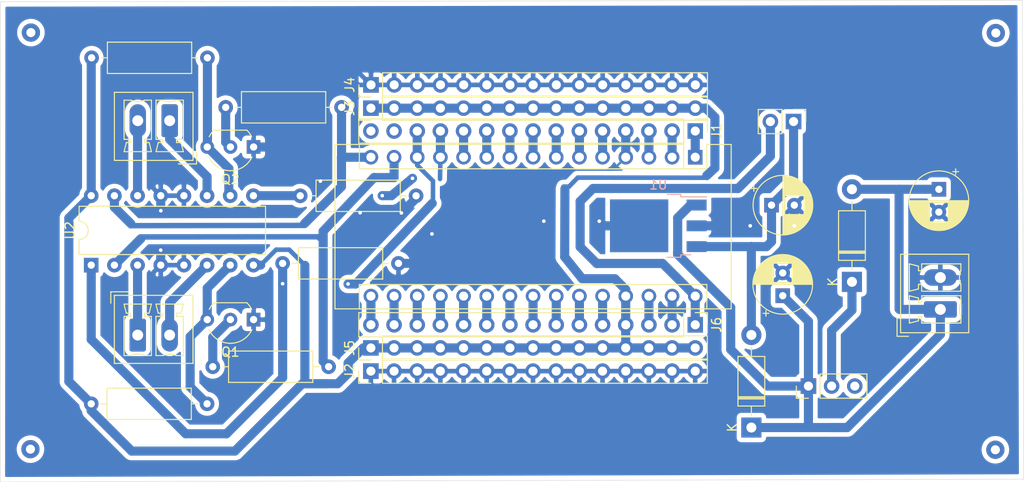
<source format=kicad_pcb>
(kicad_pcb (version 20171130) (host pcbnew 5.1.9-73d0e3b20d~88~ubuntu20.04.1)
  (layers (0 F.Cu signal hide) (31 B.Cu signal) (34 B.Paste user hide) (35 F.Paste user hide) (36 B.SilkS user hide) (37 F.SilkS user) (38 B.Mask user) (39 F.Mask user hide) (44 Edge.Cuts user))
  (net 0 "")
  (net 1 D13)
  (net 2 D12)
  (net 3 VIN)
  (net 4 D11)
  (net 5 Earth)
  (net 6 D10)
  (net 7 RST)
  (net 8 D9)
  (net 9 5V)
  (net 10 D8)
  (net 11 A7)
  (net 12 D7)
  (net 13 A6)
  (net 14 D6)
  (net 15 A5)
  (net 16 D5)
  (net 17 A4)
  (net 18 D4)
  (net 19 A3)
  (net 20 D3)
  (net 21 A2)
  (net 22 D2)
  (net 23 A1)
  (net 24 A0)
  (net 25 AREF)
  (net 26 RX)
  (net 27 3V3)
  (net 28 TX)
  (net 29 +9V)
  (net 30 "Net-(C2-Pad1)")
  (net 31 "Net-(J9-Pad2)")
  (net 32 "Net-(J9-Pad1)")
  (net 33 "Net-(J10-Pad2)")
  (net 34 "Net-(J10-Pad1)")
  (net 35 IN4)
  (net 36 "Net-(Q1-Pad2)")
  (net 37 IN1)
  (net 38 "Net-(Q2-Pad2)")
  (net 39 "Net-(J1-Pad15)")
  (net 40 "Net-(J1-Pad14)")
  (net 41 "Net-(D2-Pad1)")
  (net 42 "Net-(J1-Pad13)")
  (net 43 "Net-(J1-Pad12)")
  (module Capacitor_THT:CP_Radial_D6.3mm_P2.50mm (layer F.Cu) (at 85.78088 -20.41398 90)
    (fp_text reference C1 hide)
    (fp_text value 47uF)
    (pad 2 thru_hole circle (at 2.5 0 90) (size 1.6 1.6) (drill 0.8) (layers *.Cu *.Mask) (net 5 Earth))
    (pad 1 thru_hole rect (at 0 0 90) (size 1.6 1.6) (drill 0.8) (layers *.Cu *.Mask) (net 29 +9V))
  )
  (module Connector_PinHeader_2.54mm:PinHeader_1x15_P2.54mm_Vertical (layer F.Cu) (at 40.62476 -14.68374 90)
    (fp_text reference J5 (at 0 -2.33 90) (layer F.SilkS))
    (fp_text value Conn_01x15_Female hide)
    (pad 15 thru_hole oval (at 0 35.56 90) (size 1.7 1.7) (drill 1) (layers *.Cu *.Mask) (net 9 5V))
    (pad 14 thru_hole oval (at 0 33.02 90) (size 1.7 1.7) (drill 1) (layers *.Cu *.Mask) (net 9 5V))
    (pad 13 thru_hole oval (at 0 30.48 90) (size 1.7 1.7) (drill 1) (layers *.Cu *.Mask) (net 9 5V))
    (pad 12 thru_hole oval (at 0 27.94 90) (size 1.7 1.7) (drill 1) (layers *.Cu *.Mask) (net 9 5V))
    (pad 11 thru_hole oval (at 0 25.4 90) (size 1.7 1.7) (drill 1) (layers *.Cu *.Mask) (net 9 5V))
    (pad 10 thru_hole oval (at 0 22.86 90) (size 1.7 1.7) (drill 1) (layers *.Cu *.Mask) (net 9 5V))
    (pad 9 thru_hole oval (at 0 20.32 90) (size 1.7 1.7) (drill 1) (layers *.Cu *.Mask) (net 9 5V))
    (pad 8 thru_hole oval (at 0 17.78 90) (size 1.7 1.7) (drill 1) (layers *.Cu *.Mask) (net 9 5V))
    (pad 7 thru_hole oval (at 0 15.24 90) (size 1.7 1.7) (drill 1) (layers *.Cu *.Mask) (net 9 5V))
    (pad 6 thru_hole oval (at 0 12.7 90) (size 1.7 1.7) (drill 1) (layers *.Cu *.Mask) (net 9 5V))
    (pad 5 thru_hole oval (at 0 10.16 90) (size 1.7 1.7) (drill 1) (layers *.Cu *.Mask) (net 9 5V))
    (pad 4 thru_hole oval (at 0 7.62 90) (size 1.7 1.7) (drill 1) (layers *.Cu *.Mask) (net 9 5V))
    (pad 3 thru_hole oval (at 0 5.08 90) (size 1.7 1.7) (drill 1) (layers *.Cu *.Mask) (net 9 5V))
    (pad 2 thru_hole oval (at 0 2.54 90) (size 1.7 1.7) (drill 1) (layers *.Cu *.Mask) (net 9 5V))
    (pad 1 thru_hole rect (at 0 0 90) (size 1.7 1.7) (drill 1) (layers *.Cu *.Mask) (net 9 5V))
  )
  (module Connector_PinHeader_2.54mm:PinHeader_1x15_P2.54mm_Vertical (layer F.Cu) (at 40.64 -43.55338 90)
    (fp_text reference J4 (at 0 -2.33 90) (layer F.SilkS))
    (fp_text value Conn_01x15_Female hide)
    (pad 15 thru_hole oval (at 0 35.56 90) (size 1.7 1.7) (drill 1) (layers *.Cu *.Mask) (net 5 Earth))
    (pad 14 thru_hole oval (at 0 33.02 90) (size 1.7 1.7) (drill 1) (layers *.Cu *.Mask) (net 5 Earth))
    (pad 13 thru_hole oval (at 0 30.48 90) (size 1.7 1.7) (drill 1) (layers *.Cu *.Mask) (net 5 Earth))
    (pad 12 thru_hole oval (at 0 27.94 90) (size 1.7 1.7) (drill 1) (layers *.Cu *.Mask) (net 5 Earth))
    (pad 11 thru_hole oval (at 0 25.4 90) (size 1.7 1.7) (drill 1) (layers *.Cu *.Mask) (net 5 Earth))
    (pad 10 thru_hole oval (at 0 22.86 90) (size 1.7 1.7) (drill 1) (layers *.Cu *.Mask) (net 5 Earth))
    (pad 9 thru_hole oval (at 0 20.32 90) (size 1.7 1.7) (drill 1) (layers *.Cu *.Mask) (net 5 Earth))
    (pad 8 thru_hole oval (at 0 17.78 90) (size 1.7 1.7) (drill 1) (layers *.Cu *.Mask) (net 5 Earth))
    (pad 7 thru_hole oval (at 0 15.24 90) (size 1.7 1.7) (drill 1) (layers *.Cu *.Mask) (net 5 Earth))
    (pad 6 thru_hole oval (at 0 12.7 90) (size 1.7 1.7) (drill 1) (layers *.Cu *.Mask) (net 5 Earth))
    (pad 5 thru_hole oval (at 0 10.16 90) (size 1.7 1.7) (drill 1) (layers *.Cu *.Mask) (net 5 Earth))
    (pad 4 thru_hole oval (at 0 7.62 90) (size 1.7 1.7) (drill 1) (layers *.Cu *.Mask) (net 5 Earth))
    (pad 3 thru_hole oval (at 0 5.08 90) (size 1.7 1.7) (drill 1) (layers *.Cu *.Mask) (net 5 Earth))
    (pad 2 thru_hole oval (at 0 2.54 90) (size 1.7 1.7) (drill 1) (layers *.Cu *.Mask) (net 5 Earth))
    (pad 1 thru_hole rect (at 0 0 90) (size 1.7 1.7) (drill 1) (layers *.Cu *.Mask) (net 5 Earth))
  )
  (module Connector_PinHeader_2.54mm:PinHeader_1x15_P2.54mm_Vertical (layer F.Cu) (at 40.62984 -40.99814 90)
    (fp_text reference J3 (at 0 -2.33 90) (layer F.SilkS))
    (fp_text value Conn_01x15_Female hide)
    (pad 15 thru_hole oval (at 0 35.56 90) (size 1.7 1.7) (drill 1) (layers *.Cu *.Mask) (net 9 5V))
    (pad 14 thru_hole oval (at 0 33.02 90) (size 1.7 1.7) (drill 1) (layers *.Cu *.Mask) (net 9 5V))
    (pad 13 thru_hole oval (at 0 30.48 90) (size 1.7 1.7) (drill 1) (layers *.Cu *.Mask) (net 9 5V))
    (pad 12 thru_hole oval (at 0 27.94 90) (size 1.7 1.7) (drill 1) (layers *.Cu *.Mask) (net 9 5V))
    (pad 11 thru_hole oval (at 0 25.4 90) (size 1.7 1.7) (drill 1) (layers *.Cu *.Mask) (net 9 5V))
    (pad 10 thru_hole oval (at 0 22.86 90) (size 1.7 1.7) (drill 1) (layers *.Cu *.Mask) (net 9 5V))
    (pad 9 thru_hole oval (at 0 20.32 90) (size 1.7 1.7) (drill 1) (layers *.Cu *.Mask) (net 9 5V))
    (pad 8 thru_hole oval (at 0 17.78 90) (size 1.7 1.7) (drill 1) (layers *.Cu *.Mask) (net 9 5V))
    (pad 7 thru_hole oval (at 0 15.24 90) (size 1.7 1.7) (drill 1) (layers *.Cu *.Mask) (net 9 5V))
    (pad 6 thru_hole oval (at 0 12.7 90) (size 1.7 1.7) (drill 1) (layers *.Cu *.Mask) (net 9 5V))
    (pad 5 thru_hole oval (at 0 10.16 90) (size 1.7 1.7) (drill 1) (layers *.Cu *.Mask) (net 9 5V))
    (pad 4 thru_hole oval (at 0 7.62 90) (size 1.7 1.7) (drill 1) (layers *.Cu *.Mask) (net 9 5V))
    (pad 3 thru_hole oval (at 0 5.08 90) (size 1.7 1.7) (drill 1) (layers *.Cu *.Mask) (net 9 5V))
    (pad 2 thru_hole oval (at 0 2.54 90) (size 1.7 1.7) (drill 1) (layers *.Cu *.Mask) (net 9 5V))
    (pad 1 thru_hole rect (at 0 0 90) (size 1.7 1.7) (drill 1) (layers *.Cu *.Mask) (net 9 5V))
  )
  (module Connector_PinHeader_2.54mm:PinHeader_1x15_P2.54mm_Vertical (layer F.Cu) (at 40.62476 -12.13866 90)
    (fp_text reference J2 (at 0 -2.33 90) (layer F.SilkS))
    (fp_text value Conn_01x15_Female hide)
    (pad 15 thru_hole oval (at 0 35.56 90) (size 1.7 1.7) (drill 1) (layers *.Cu *.Mask) (net 5 Earth))
    (pad 14 thru_hole oval (at 0 33.02 90) (size 1.7 1.7) (drill 1) (layers *.Cu *.Mask) (net 5 Earth))
    (pad 13 thru_hole oval (at 0 30.48 90) (size 1.7 1.7) (drill 1) (layers *.Cu *.Mask) (net 5 Earth))
    (pad 12 thru_hole oval (at 0 27.94 90) (size 1.7 1.7) (drill 1) (layers *.Cu *.Mask) (net 5 Earth))
    (pad 11 thru_hole oval (at 0 25.4 90) (size 1.7 1.7) (drill 1) (layers *.Cu *.Mask) (net 5 Earth))
    (pad 10 thru_hole oval (at 0 22.86 90) (size 1.7 1.7) (drill 1) (layers *.Cu *.Mask) (net 5 Earth))
    (pad 9 thru_hole oval (at 0 20.32 90) (size 1.7 1.7) (drill 1) (layers *.Cu *.Mask) (net 5 Earth))
    (pad 8 thru_hole oval (at 0 17.78 90) (size 1.7 1.7) (drill 1) (layers *.Cu *.Mask) (net 5 Earth))
    (pad 7 thru_hole oval (at 0 15.24 90) (size 1.7 1.7) (drill 1) (layers *.Cu *.Mask) (net 5 Earth))
    (pad 6 thru_hole oval (at 0 12.7 90) (size 1.7 1.7) (drill 1) (layers *.Cu *.Mask) (net 5 Earth))
    (pad 5 thru_hole oval (at 0 10.16 90) (size 1.7 1.7) (drill 1) (layers *.Cu *.Mask) (net 5 Earth))
    (pad 4 thru_hole oval (at 0 7.62 90) (size 1.7 1.7) (drill 1) (layers *.Cu *.Mask) (net 5 Earth))
    (pad 3 thru_hole oval (at 0 5.08 90) (size 1.7 1.7) (drill 1) (layers *.Cu *.Mask) (net 5 Earth))
    (pad 2 thru_hole oval (at 0 2.54 90) (size 1.7 1.7) (drill 1) (layers *.Cu *.Mask) (net 5 Earth))
    (pad 1 thru_hole rect (at 0 0 90) (size 1.7 1.7) (drill 1) (layers *.Cu *.Mask) (net 5 Earth))
  )
  (module Connector_PinHeader_2.54mm:PinHeader_1x15_P2.54mm_Vertical (layer F.Cu) (at 76.18984 -38.48862 270)
    (fp_text reference J1 (at 0 -2.33 90) (layer F.SilkS))
    (fp_text value Conn_01x15_Female hide)
    (pad 15 thru_hole oval (at 0 35.56 270) (size 1.7 1.7) (drill 1) (layers *.Cu *.Mask) (net 39 "Net-(J1-Pad15)"))
    (pad 14 thru_hole oval (at 0 33.02 270) (size 1.7 1.7) (drill 1) (layers *.Cu *.Mask) (net 40 "Net-(J1-Pad14)"))
    (pad 13 thru_hole oval (at 0 30.48 270) (size 1.7 1.7) (drill 1) (layers *.Cu *.Mask) (net 42 "Net-(J1-Pad13)"))
    (pad 12 thru_hole oval (at 0 27.94 270) (size 1.7 1.7) (drill 1) (layers *.Cu *.Mask) (net 43 "Net-(J1-Pad12)"))
    (pad 11 thru_hole oval (at 0 25.4 270) (size 1.7 1.7) (drill 1) (layers *.Cu *.Mask) (net 10 D8))
    (pad 10 thru_hole oval (at 0 22.86 270) (size 1.7 1.7) (drill 1) (layers *.Cu *.Mask) (net 12 D7))
    (pad 9 thru_hole oval (at 0 20.32 270) (size 1.7 1.7) (drill 1) (layers *.Cu *.Mask) (net 14 D6))
    (pad 8 thru_hole oval (at 0 17.78 270) (size 1.7 1.7) (drill 1) (layers *.Cu *.Mask) (net 16 D5))
    (pad 7 thru_hole oval (at 0 15.24 270) (size 1.7 1.7) (drill 1) (layers *.Cu *.Mask) (net 18 D4))
    (pad 6 thru_hole oval (at 0 12.7 270) (size 1.7 1.7) (drill 1) (layers *.Cu *.Mask) (net 20 D3))
    (pad 5 thru_hole oval (at 0 10.16 270) (size 1.7 1.7) (drill 1) (layers *.Cu *.Mask) (net 22 D2))
    (pad 4 thru_hole oval (at 0 7.62 270) (size 1.7 1.7) (drill 1) (layers *.Cu *.Mask) (net 5 Earth))
    (pad 3 thru_hole oval (at 0 5.08 270) (size 1.7 1.7) (drill 1) (layers *.Cu *.Mask) (net 7 RST))
    (pad 2 thru_hole oval (at 0 2.54 270) (size 1.7 1.7) (drill 1) (layers *.Cu *.Mask) (net 26 RX))
    (pad 1 thru_hole rect (at 0 0 270) (size 1.7 1.7) (drill 1) (layers *.Cu *.Mask) (net 28 TX))
  )
  (module Connector_PinHeader_2.54mm:PinHeader_1x15_P2.54mm_Vertical (layer F.Cu) (at 76.18984 -17.22374 270)
    (fp_text reference J6 (at 0 -2.33 90) (layer F.SilkS))
    (fp_text value Conn_01x15_Female hide)
    (pad 15 thru_hole oval (at 0 35.56 270) (size 1.7 1.7) (drill 1) (layers *.Cu *.Mask) (net 1 D13))
    (pad 14 thru_hole oval (at 0 33.02 270) (size 1.7 1.7) (drill 1) (layers *.Cu *.Mask) (net 27 3V3))
    (pad 13 thru_hole oval (at 0 30.48 270) (size 1.7 1.7) (drill 1) (layers *.Cu *.Mask) (net 25 AREF))
    (pad 12 thru_hole oval (at 0 27.94 270) (size 1.7 1.7) (drill 1) (layers *.Cu *.Mask) (net 24 A0))
    (pad 11 thru_hole oval (at 0 25.4 270) (size 1.7 1.7) (drill 1) (layers *.Cu *.Mask) (net 23 A1))
    (pad 10 thru_hole oval (at 0 22.86 270) (size 1.7 1.7) (drill 1) (layers *.Cu *.Mask) (net 21 A2))
    (pad 9 thru_hole oval (at 0 20.32 270) (size 1.7 1.7) (drill 1) (layers *.Cu *.Mask) (net 19 A3))
    (pad 8 thru_hole oval (at 0 17.78 270) (size 1.7 1.7) (drill 1) (layers *.Cu *.Mask) (net 17 A4))
    (pad 7 thru_hole oval (at 0 15.24 270) (size 1.7 1.7) (drill 1) (layers *.Cu *.Mask) (net 15 A5))
    (pad 6 thru_hole oval (at 0 12.7 270) (size 1.7 1.7) (drill 1) (layers *.Cu *.Mask) (net 13 A6))
    (pad 5 thru_hole oval (at 0 10.16 270) (size 1.7 1.7) (drill 1) (layers *.Cu *.Mask) (net 11 A7))
    (pad 4 thru_hole oval (at 0 7.62 270) (size 1.7 1.7) (drill 1) (layers *.Cu *.Mask) (net 9 5V))
    (pad 3 thru_hole oval (at 0 5.08 270) (size 1.7 1.7) (drill 1) (layers *.Cu *.Mask) (net 7 RST))
    (pad 2 thru_hole oval (at 0 2.54 270) (size 1.7 1.7) (drill 1) (layers *.Cu *.Mask) (net 5 Earth))
    (pad 1 thru_hole rect (at 0 0 270) (size 1.7 1.7) (drill 1) (layers *.Cu *.Mask) (net 3 VIN))
  )
  (module Package_TO_SOT_THT:TO-92_Inline_Wide (layer F.Cu) (at 27.76728 -36.73602 180)
    (fp_text reference Q2 (at 2.54 -3.56) (layer F.SilkS))
    (fp_text value PN2222A)
    (pad 1 thru_hole rect (at 0 0 180) (size 1.5 1.5) (drill 0.8) (layers *.Cu *.Mask) (net 5 Earth))
    (pad 3 thru_hole circle (at 5.08 0 180) (size 1.5 1.5) (drill 0.8) (layers *.Cu *.Mask) (net 37 IN1))
    (pad 2 thru_hole circle (at 2.54 0 180) (size 1.5 1.5) (drill 0.8) (layers *.Cu *.Mask) (net 38 "Net-(Q2-Pad2)"))
  )
  (module Package_TO_SOT_THT:TO-92_Inline_Wide (layer F.Cu) (at 27.76728 -17.7927 180)
    (fp_text reference Q1 (at 2.54 -3.56) (layer F.SilkS))
    (fp_text value PN2222A)
    (pad 1 thru_hole rect (at 0 0 180) (size 1.5 1.5) (drill 0.8) (layers *.Cu *.Mask) (net 5 Earth))
    (pad 3 thru_hole circle (at 5.08 0 180) (size 1.5 1.5) (drill 0.8) (layers *.Cu *.Mask) (net 35 IN4))
    (pad 2 thru_hole circle (at 2.54 0 180) (size 1.5 1.5) (drill 0.8) (layers *.Cu *.Mask) (net 36 "Net-(Q1-Pad2)"))
  )
  (module Connector_PinHeader_2.54mm:PinHeader_1x03_P2.54mm_Vertical (layer F.Cu) (at 88.60028 -10.49782 90)
    (fp_text reference SW1 hide)
    (fp_text value SW_DPST_x2 hide)
    (pad 3 thru_hole oval (at 0 5.08 90) (size 1.7 1.7) (drill 1) (layers *.Cu *.Mask))
    (pad 2 thru_hole oval (at 0 2.54 90) (size 1.7 1.7) (drill 1) (layers *.Cu *.Mask) (net 41 "Net-(D2-Pad1)"))
    (pad 1 thru_hole rect (at 0 0 90) (size 1.7 1.7) (drill 1) (layers *.Cu *.Mask) (net 29 +9V))
  )
  (module Package_DIP:DIP-16_W7.62mm (layer F.Cu) (at 9.96696 -23.77186 90)
    (fp_text reference U2 (at 3.81 -2.33 90) (layer F.SilkS))
    (fp_text value L293D)
    (pad 16 thru_hole oval (at 7.62 0 90) (size 1.6 1.6) (drill 0.8) (layers *.Cu *.Mask) (net 9 5V))
    (pad 8 thru_hole oval (at 0 17.78 90) (size 1.6 1.6) (drill 0.8) (layers *.Cu *.Mask) (net 9 5V))
    (pad 15 thru_hole oval (at 7.62 2.54 90) (size 1.6 1.6) (drill 0.8) (layers *.Cu *.Mask) (net 2 D12))
    (pad 7 thru_hole oval (at 0 15.24 90) (size 1.6 1.6) (drill 0.8) (layers *.Cu *.Mask) (net 35 IN4))
    (pad 14 thru_hole oval (at 7.62 5.08 90) (size 1.6 1.6) (drill 0.8) (layers *.Cu *.Mask) (net 33 "Net-(J10-Pad2)"))
    (pad 6 thru_hole oval (at 0 12.7 90) (size 1.6 1.6) (drill 0.8) (layers *.Cu *.Mask) (net 31 "Net-(J9-Pad2)"))
    (pad 13 thru_hole oval (at 7.62 7.62 90) (size 1.6 1.6) (drill 0.8) (layers *.Cu *.Mask) (net 5 Earth))
    (pad 5 thru_hole oval (at 0 10.16 90) (size 1.6 1.6) (drill 0.8) (layers *.Cu *.Mask) (net 5 Earth))
    (pad 12 thru_hole oval (at 7.62 10.16 90) (size 1.6 1.6) (drill 0.8) (layers *.Cu *.Mask) (net 5 Earth))
    (pad 4 thru_hole oval (at 0 7.62 90) (size 1.6 1.6) (drill 0.8) (layers *.Cu *.Mask) (net 5 Earth))
    (pad 11 thru_hole oval (at 7.62 12.7 90) (size 1.6 1.6) (drill 0.8) (layers *.Cu *.Mask) (net 34 "Net-(J10-Pad1)"))
    (pad 3 thru_hole oval (at 0 5.08 90) (size 1.6 1.6) (drill 0.8) (layers *.Cu *.Mask) (net 32 "Net-(J9-Pad1)"))
    (pad 10 thru_hole oval (at 7.62 15.24 90) (size 1.6 1.6) (drill 0.8) (layers *.Cu *.Mask) (net 37 IN1))
    (pad 2 thru_hole oval (at 0 2.54 90) (size 1.6 1.6) (drill 0.8) (layers *.Cu *.Mask) (net 4 D11))
    (pad 9 thru_hole oval (at 7.62 17.78 90) (size 1.6 1.6) (drill 0.8) (layers *.Cu *.Mask) (net 8 D9))
    (pad 1 thru_hole rect (at 0 0 90) (size 1.6 1.6) (drill 0.8) (layers *.Cu *.Mask) (net 6 D10))
  )
  (module Package_TO_SOT_SMD:TO-252-3_TabPin2 (layer B.Cu) (at 72.13796 -28.08478 180)
    (fp_text reference U1 (at 0 4.5) (layer B.SilkS) (effects (justify mirror)))
    (fp_text value L7805)
    (pad 2 smd rect (at 2.1 0 180) (size 6.4 5.8) (layers B.Cu B.Mask) (net 5 Earth))
    (pad 3 smd rect (at -4.2 -2.28 180) (size 2.2 1.2) (layers B.Cu B.Paste B.Mask) (net 30 "Net-(C2-Pad1)"))
    (pad 2 smd rect (at -4.2 0 180) (size 2.2 1.2) (layers B.Cu B.Paste B.Mask) (net 5 Earth))
    (pad 1 smd rect (at -4.2 2.28 180) (size 2.2 1.2) (layers B.Cu B.Paste B.Mask) (net 29 +9V))
  )
  (module Resistor_THT:R_Axial_DIN0309_L9.0mm_D3.2mm_P12.70mm_Horizontal (layer F.Cu) (at 24.70912 -41.08958)
    (fp_text reference R6 hide)
    (fp_text value 330)
    (pad 2 thru_hole oval (at 12.7 0) (size 1.6 1.6) (drill 0.8) (layers *.Cu *.Mask) (net 2 D12))
    (pad 1 thru_hole circle (at 0 0) (size 1.6 1.6) (drill 0.8) (layers *.Cu *.Mask) (net 38 "Net-(Q2-Pad2)"))
  )
  (module Resistor_THT:R_Axial_DIN0309_L9.0mm_D3.2mm_P12.70mm_Horizontal (layer F.Cu) (at 23.2918 -12.62126)
    (fp_text reference R5 hide)
    (fp_text value 330)
    (pad 2 thru_hole oval (at 12.7 0) (size 1.6 1.6) (drill 0.8) (layers *.Cu *.Mask) (net 4 D11))
    (pad 1 thru_hole circle (at 0 0) (size 1.6 1.6) (drill 0.8) (layers *.Cu *.Mask) (net 36 "Net-(Q1-Pad2)"))
  )
  (module Resistor_THT:R_Axial_DIN0309_L9.0mm_D3.2mm_P12.70mm_Horizontal (layer F.Cu) (at 10.0076 -46.52518)
    (fp_text reference R4 hide)
    (fp_text value 10K)
    (pad 2 thru_hole oval (at 12.7 0) (size 1.6 1.6) (drill 0.8) (layers *.Cu *.Mask) (net 37 IN1))
    (pad 1 thru_hole circle (at 0 0) (size 1.6 1.6) (drill 0.8) (layers *.Cu *.Mask) (net 9 5V))
  )
  (module Resistor_THT:R_Axial_DIN0309_L9.0mm_D3.2mm_P12.70mm_Horizontal (layer F.Cu) (at 9.96696 -8.55218)
    (fp_text reference R3 hide)
    (fp_text value 10K)
    (pad 2 thru_hole oval (at 12.7 0) (size 1.6 1.6) (drill 0.8) (layers *.Cu *.Mask) (net 35 IN4))
    (pad 1 thru_hole circle (at 0 0) (size 1.6 1.6) (drill 0.8) (layers *.Cu *.Mask) (net 9 5V))
  )
  (module Resistor_THT:R_Axial_DIN0309_L9.0mm_D3.2mm_P12.70mm_Horizontal (layer F.Cu) (at 32.88284 -31.3817)
    (fp_text reference R2 hide)
    (fp_text value 100K)
    (pad 2 thru_hole oval (at 12.7 0) (size 1.6 1.6) (drill 0.8) (layers *.Cu *.Mask) (net 5 Earth))
    (pad 1 thru_hole circle (at 0 0) (size 1.6 1.6) (drill 0.8) (layers *.Cu *.Mask) (net 8 D9))
  )
  (module Resistor_THT:R_Axial_DIN0309_L9.0mm_D3.2mm_P12.70mm_Horizontal (layer F.Cu) (at 30.95244 -23.9649)
    (fp_text reference R1 hide)
    (fp_text value 100K)
    (pad 2 thru_hole oval (at 12.7 0) (size 1.6 1.6) (drill 0.8) (layers *.Cu *.Mask) (net 5 Earth))
    (pad 1 thru_hole circle (at 0 0) (size 1.6 1.6) (drill 0.8) (layers *.Cu *.Mask) (net 6 D10))
  )
  (module Connector_Phoenix_MC:PhoenixContact_MCV_1,5_2-G-3.5_1x02_P3.50mm_Vertical (layer F.Cu) (at 18.5674 -39.62654 180)
    (fp_text reference J10 hide)
    (fp_text value M1)
    (pad 2 thru_hole oval (at 3.5 0 180) (size 1.8 3.6) (drill 1.2) (layers *.Cu *.Mask) (net 33 "Net-(J10-Pad2)"))
    (pad 1 thru_hole roundrect (at 0 0 180) (size 1.8 3.6) (drill 1.2) (layers *.Cu *.Mask) (roundrect_rratio 0.138889) (net 34 "Net-(J10-Pad1)"))
  )
  (module Connector_Phoenix_MC:PhoenixContact_MCV_1,5_2-G-3.5_1x02_P3.50mm_Vertical (layer F.Cu) (at 15.0622 -16.09598)
    (fp_text reference J9 hide)
    (fp_text value M2)
    (pad 2 thru_hole oval (at 3.5 0) (size 1.8 3.6) (drill 1.2) (layers *.Cu *.Mask) (net 31 "Net-(J9-Pad2)"))
    (pad 1 thru_hole roundrect (at 0 0) (size 1.8 3.6) (drill 1.2) (layers *.Cu *.Mask) (roundrect_rratio 0.138889) (net 32 "Net-(J9-Pad1)"))
  )
  (module Connector_Phoenix_MC:PhoenixContact_MCV_1,5_2-G-3.5_1x02_P3.50mm_Vertical (layer F.Cu) (at 103.06304 -18.9103 90)
    (fp_text reference J8 hide)
    (fp_text value Screw_Terminal_01x02 hide)
    (pad 2 thru_hole oval (at 3.5 0 90) (size 1.8 3.6) (drill 1.2) (layers *.Cu *.Mask) (net 5 Earth))
    (pad 1 thru_hole roundrect (at 0 0 90) (size 1.8 3.6) (drill 1.2) (layers *.Cu *.Mask) (roundrect_rratio 0.138889) (net 29 +9V))
  )
  (module Connector_PinHeader_2.54mm:PinHeader_1x02_P2.54mm_Vertical (layer F.Cu) (at 86.9696 -39.53002 270)
    (fp_text reference J7 hide)
    (fp_text value Conn_01x02_Female hide)
    (pad 2 thru_hole oval (at 0 2.54 270) (size 1.7 1.7) (drill 1) (layers *.Cu *.Mask) (net 3 VIN))
    (pad 1 thru_hole rect (at 0 0 270) (size 1.7 1.7) (drill 1) (layers *.Cu *.Mask) (net 30 "Net-(C2-Pad1)"))
  )
  (module Diode_THT:D_DO-41_SOD81_P10.16mm_Horizontal (layer F.Cu) (at 93.3704 -21.93798 90)
    (fp_text reference D2 hide)
    (fp_text value 1N4001)
    (fp_text user K (at 0 -2.1 90) (layer F.SilkS))
    (pad 2 thru_hole oval (at 10.16 0 90) (size 2.2 2.2) (drill 1.1) (layers *.Cu *.Mask) (net 29 +9V))
    (pad 1 thru_hole rect (at 0 0 90) (size 2.2 2.2) (drill 1.1) (layers *.Cu *.Mask) (net 41 "Net-(D2-Pad1)"))
  )
  (module Diode_THT:D_DO-41_SOD81_P10.16mm_Horizontal (layer F.Cu) (at 82.34172 -5.94614 90)
    (fp_text reference D1 hide)
    (fp_text value 1N4007)
    (fp_text user K (at 0 -2.1 90) (layer F.SilkS))
    (pad 2 thru_hole oval (at 10.16 0 90) (size 2.2 2.2) (drill 1.1) (layers *.Cu *.Mask) (net 30 "Net-(C2-Pad1)"))
    (pad 1 thru_hole rect (at 0 0 90) (size 2.2 2.2) (drill 1.1) (layers *.Cu *.Mask) (net 29 +9V))
  )
  (module Capacitor_THT:CP_Radial_D6.3mm_P2.50mm (layer F.Cu) (at 102.90048 -32.0929 270)
    (fp_text reference C3 hide)
    (fp_text value 330uF)
    (pad 2 thru_hole circle (at 2.5 0 270) (size 1.6 1.6) (drill 0.8) (layers *.Cu *.Mask) (net 5 Earth))
    (pad 1 thru_hole rect (at 0 0 270) (size 1.6 1.6) (drill 0.8) (layers *.Cu *.Mask) (net 29 +9V))
  )
  (module Capacitor_THT:CP_Radial_D6.3mm_P2.50mm (layer F.Cu) (at 84.55152 -30.35554)
    (fp_text reference C2 hide)
    (fp_text value 10uF)
    (pad 2 thru_hole circle (at 2.5 0) (size 1.6 1.6) (drill 0.8) (layers *.Cu *.Mask) (net 5 Earth))
    (pad 1 thru_hole rect (at 0 0) (size 1.6 1.6) (drill 0.8) (layers *.Cu *.Mask) (net 30 "Net-(C2-Pad1)"))
  )
  (module Module:Arduino_Nano (layer F.Cu) (at 76.18984 -35.61334 270)
    (fp_text reference A1 hide)
    (fp_text value Arduino_Nano_v3.x)
    (pad 16 thru_hole oval (at 15.24 35.56 270) (size 1.6 1.6) (drill 1) (layers *.Cu *.Mask) (net 1 D13))
    (pad 15 thru_hole oval (at 0 35.56 270) (size 1.6 1.6) (drill 1) (layers *.Cu *.Mask) (net 2 D12))
    (pad 30 thru_hole oval (at 15.24 0 270) (size 1.6 1.6) (drill 1) (layers *.Cu *.Mask) (net 3 VIN))
    (pad 14 thru_hole oval (at 0 33.02 270) (size 1.6 1.6) (drill 1) (layers *.Cu *.Mask) (net 4 D11))
    (pad 29 thru_hole oval (at 15.24 2.54 270) (size 1.6 1.6) (drill 1) (layers *.Cu *.Mask) (net 5 Earth))
    (pad 13 thru_hole oval (at 0 30.48 270) (size 1.6 1.6) (drill 1) (layers *.Cu *.Mask) (net 6 D10))
    (pad 28 thru_hole oval (at 15.24 5.08 270) (size 1.6 1.6) (drill 1) (layers *.Cu *.Mask) (net 7 RST))
    (pad 12 thru_hole oval (at 0 27.94 270) (size 1.6 1.6) (drill 1) (layers *.Cu *.Mask) (net 8 D9))
    (pad 27 thru_hole oval (at 15.24 7.62 270) (size 1.6 1.6) (drill 1) (layers *.Cu *.Mask) (net 9 5V))
    (pad 11 thru_hole oval (at 0 25.4 270) (size 1.6 1.6) (drill 1) (layers *.Cu *.Mask) (net 10 D8))
    (pad 26 thru_hole oval (at 15.24 10.16 270) (size 1.6 1.6) (drill 1) (layers *.Cu *.Mask) (net 11 A7))
    (pad 10 thru_hole oval (at 0 22.86 270) (size 1.6 1.6) (drill 1) (layers *.Cu *.Mask) (net 12 D7))
    (pad 25 thru_hole oval (at 15.24 12.7 270) (size 1.6 1.6) (drill 1) (layers *.Cu *.Mask) (net 13 A6))
    (pad 9 thru_hole oval (at 0 20.32 270) (size 1.6 1.6) (drill 1) (layers *.Cu *.Mask) (net 14 D6))
    (pad 24 thru_hole oval (at 15.24 15.24 270) (size 1.6 1.6) (drill 1) (layers *.Cu *.Mask) (net 15 A5))
    (pad 8 thru_hole oval (at 0 17.78 270) (size 1.6 1.6) (drill 1) (layers *.Cu *.Mask) (net 16 D5))
    (pad 23 thru_hole oval (at 15.24 17.78 270) (size 1.6 1.6) (drill 1) (layers *.Cu *.Mask) (net 17 A4))
    (pad 7 thru_hole oval (at 0 15.24 270) (size 1.6 1.6) (drill 1) (layers *.Cu *.Mask) (net 18 D4))
    (pad 22 thru_hole oval (at 15.24 20.32 270) (size 1.6 1.6) (drill 1) (layers *.Cu *.Mask) (net 19 A3))
    (pad 6 thru_hole oval (at 0 12.7 270) (size 1.6 1.6) (drill 1) (layers *.Cu *.Mask) (net 20 D3))
    (pad 21 thru_hole oval (at 15.24 22.86 270) (size 1.6 1.6) (drill 1) (layers *.Cu *.Mask) (net 21 A2))
    (pad 5 thru_hole oval (at 0 10.16 270) (size 1.6 1.6) (drill 1) (layers *.Cu *.Mask) (net 22 D2))
    (pad 20 thru_hole oval (at 15.24 25.4 270) (size 1.6 1.6) (drill 1) (layers *.Cu *.Mask) (net 23 A1))
    (pad 4 thru_hole oval (at 0 7.62 270) (size 1.6 1.6) (drill 1) (layers *.Cu *.Mask) (net 5 Earth))
    (pad 19 thru_hole oval (at 15.24 27.94 270) (size 1.6 1.6) (drill 1) (layers *.Cu *.Mask) (net 24 A0))
    (pad 3 thru_hole oval (at 0 5.08 270) (size 1.6 1.6) (drill 1) (layers *.Cu *.Mask) (net 7 RST))
    (pad 18 thru_hole oval (at 15.24 30.48 270) (size 1.6 1.6) (drill 1) (layers *.Cu *.Mask) (net 25 AREF))
    (pad 2 thru_hole oval (at 0 2.54 270) (size 1.6 1.6) (drill 1) (layers *.Cu *.Mask) (net 26 RX))
    (pad 17 thru_hole oval (at 15.24 33.02 270) (size 1.6 1.6) (drill 1) (layers *.Cu *.Mask) (net 27 3V3))
    (pad 1 thru_hole rect (at 0 0 270) (size 1.6 1.6) (drill 1) (layers *.Cu *.Mask) (net 28 TX))
  )
  (gr_line (start -0.01016 0.0127) (end 0.0254 -52.67198) (layer Edge.Cuts) (width 0.05))
  (gr_line (start 112.21212 -0.28702) (end -0.01016 0.0127) (layer Edge.Cuts) (width 0.05))
  (gr_line (start 112.04448 -52.8447) (end 112.21212 -0.28702) (layer Edge.Cuts) (width 0.05))
  (gr_line (start 0.0254 -52.67198) (end 112.04448 -52.8447) (layer Edge.Cuts) (width 0.05))
  (via (at 109.1438 -49.24806) (size 2) (drill 1) (layers F.Cu B.Cu) (net 0))
  (via (at 109.093 -3.50774) (size 2) (drill 1) (layers F.Cu B.Cu) (net 0))
  (via (at 3.3528 -49.29378) (size 2) (drill 1) (layers F.Cu B.Cu) (net 0))
  (via (at 3.302 -3.57378) (size 2) (drill 1) (layers F.Cu B.Cu) (net 0))
  (segment (start 40.62984 -20.37334) (end 40.7162 -20.37334) (width 1) (layer B.Cu) (net 1))
  (segment (start 40.62984 -20.37334) (end 40.62984 -17.22374) (width 1) (layer B.Cu) (net 1))
  (segment (start 40.62984 -35.61334) (end 37.4015 -35.61334) (width 1) (layer B.Cu) (net 2))
  (segment (start 37.40912 -35.62096) (end 37.4015 -35.61334) (width 1) (layer B.Cu) (net 2))
  (segment (start 37.40912 -41.08958) (end 37.40912 -35.62096) (width 1) (layer B.Cu) (net 2))
  (segment (start 14.29766 -28.33116) (end 12.50696 -30.12186) (width 1) (layer B.Cu) (net 2))
  (segment (start 12.50696 -30.12186) (end 12.50696 -31.39186) (width 1) (layer B.Cu) (net 2))
  (segment (start 37.4015 -35.61334) (end 37.4015 -32.385) (width 1) (layer B.Cu) (net 2))
  (segment (start 37.4015 -32.385) (end 33.34766 -28.33116) (width 1) (layer B.Cu) (net 2))
  (segment (start 14.2748 -28.10002) (end 14.29766 -28.33116) (width 0.6) (layer B.Cu) (net 2))
  (segment (start 33.3502 -28.13558) (end 14.2748 -28.10002) (width 0.6) (layer B.Cu) (net 2))
  (segment (start 76.18984 -20.37334) (end 76.18984 -17.22374) (width 1) (layer B.Cu) (net 3))
  (segment (start 72.60844 -23.95474) (end 76.18984 -20.37334) (width 1) (layer B.Cu) (net 3))
  (segment (start 65.38468 -23.95474) (end 72.60844 -23.95474) (width 1) (layer B.Cu) (net 3))
  (segment (start 84.4296 -39.53002) (end 84.4296 -35.73018) (width 1) (layer B.Cu) (net 3))
  (segment (start 80.88376 -32.18434) (end 64.98082 -32.18434) (width 1) (layer B.Cu) (net 3))
  (segment (start 64.98082 -32.18434) (end 63.57112 -30.77464) (width 1) (layer B.Cu) (net 3))
  (segment (start 63.57112 -30.77464) (end 63.57112 -25.7683) (width 1) (layer B.Cu) (net 3))
  (segment (start 84.4296 -35.73018) (end 80.88376 -32.18434) (width 1) (layer B.Cu) (net 3))
  (segment (start 63.57112 -25.7683) (end 65.38468 -23.95474) (width 1) (layer B.Cu) (net 3))
  (segment (start 35.39744 -13.21562) (end 35.9918 -12.62126) (width 1) (layer B.Cu) (net 4))
  (segment (start 35.39744 -27.47518) (end 35.39744 -13.21562) (width 1) (layer B.Cu) (net 4))
  (segment (start 12.50696 -23.77186) (end 15.400012 -26.664912) (width 1) (layer B.Cu) (net 4))
  (segment (start 35.38474 -27.4828) (end 40.97274 -33.38068) (width 1) (layer B.Cu) (net 4))
  (segment (start 43.16984 -33.38068) (end 43.16984 -35.61334) (width 1) (layer B.Cu) (net 4))
  (segment (start 40.97274 -33.38068) (end 43.16984 -33.38068) (width 1) (layer B.Cu) (net 4))
  (segment (start 34.82848 -26.88336) (end 35.046928 -26.664912) (width 0.6) (layer B.Cu) (net 4))
  (segment (start 15.400012 -26.664912) (end 15.38732 -26.86812) (width 0.6) (layer B.Cu) (net 4))
  (segment (start 15.38732 -26.86812) (end 34.82848 -26.88336) (width 0.6) (layer B.Cu) (net 4))
  (segment (start 27.76728 -36.73602) (end 31.3436 -36.73602) (width 1) (layer B.Cu) (net 5))
  (segment (start 31.3436 -36.73602) (end 35.08756 -32.99206) (width 1) (layer B.Cu) (net 5))
  (segment (start 45.58284 -31.3817) (end 45.58284 -31.10992) (width 1) (layer B.Cu) (net 5))
  (segment (start 45.58284 -31.10992) (end 43.97248 -29.49956) (width 1) (layer B.Cu) (net 5))
  (segment (start 43.97248 -29.49956) (end 39.55542 -29.49956) (width 1) (layer B.Cu) (net 5))
  (segment (start 39.55542 -29.49956) (end 39.40302 -29.49956) (width 1) (layer B.Cu) (net 5))
  (via (at 39.4462 -29.51734) (size 0.8) (drill 0.4) (layers F.Cu B.Cu) (net 5))
  (segment (start 35.08756 -32.99206) (end 35.08756 -32.99206) (width 1) (layer B.Cu) (net 5))
  (via (at 35.08756 -32.99206) (size 0.8) (drill 0.4) (layers F.Cu B.Cu) (net 5))
  (segment (start 17.58696 -31.39186) (end 17.58696 -29.96692) (width 1) (layer B.Cu) (net 5))
  (segment (start 17.58696 -23.77186) (end 17.58696 -25.41778) (width 1) (layer B.Cu) (net 5))
  (segment (start 17.58696 -29.96692) (end 17.58696 -29.72308) (width 1) (layer B.Cu) (net 5))
  (via (at 17.59966 -29.74086) (size 0.8) (drill 0.4) (layers F.Cu B.Cu) (net 5))
  (segment (start 17.58696 -25.41778) (end 17.58696 -25.41778) (width 1) (layer B.Cu) (net 5))
  (via (at 17.58696 -25.41778) (size 0.8) (drill 0.4) (layers F.Cu B.Cu) (net 5))
  (segment (start 35.3949 -48.79848) (end 40.64 -43.55338) (width 0.5) (layer B.Cu) (net 5))
  (segment (start 20.7391 -48.79848) (end 35.3949 -48.79848) (width 0.5) (layer B.Cu) (net 5))
  (segment (start 16.786961 -44.846341) (end 20.7391 -48.79848) (width 0.5) (layer B.Cu) (net 5))
  (segment (start 17.58696 -31.39186) (end 16.786961 -32.191859) (width 0.5) (layer B.Cu) (net 5))
  (segment (start 16.786961 -32.191859) (end 16.786961 -44.846341) (width 0.5) (layer B.Cu) (net 5))
  (segment (start 23.5585 -6.80466) (end 27.76728 -11.01344) (width 0.5) (layer B.Cu) (net 5))
  (segment (start 21.60524 -6.80466) (end 23.5585 -6.80466) (width 0.5) (layer B.Cu) (net 5))
  (segment (start 16.786961 -11.622939) (end 21.60524 -6.80466) (width 0.5) (layer B.Cu) (net 5))
  (segment (start 17.58696 -23.77186) (end 16.786961 -22.971861) (width 0.5) (layer B.Cu) (net 5))
  (segment (start 27.76728 -11.01344) (end 27.76728 -17.7927) (width 0.5) (layer B.Cu) (net 5))
  (segment (start 16.786961 -22.971861) (end 16.786961 -11.622939) (width 0.5) (layer B.Cu) (net 5))
  (segment (start 54.96052 -23.9649) (end 59.59094 -28.59532) (width 1) (layer B.Cu) (net 5))
  (segment (start 59.59094 -28.59532) (end 59.59094 -28.59532) (width 1) (layer B.Cu) (net 5))
  (via (at 59.59094 -28.59532) (size 0.8) (drill 0.4) (layers F.Cu B.Cu) (net 5))
  (segment (start 70.03796 -28.08478) (end 66.17716 -28.08478) (width 1) (layer B.Cu) (net 5))
  (segment (start 66.17716 -28.08478) (end 65.66662 -28.59532) (width 1) (layer B.Cu) (net 5))
  (segment (start 65.66662 -28.59532) (end 65.66662 -28.59532) (width 1) (layer B.Cu) (net 5))
  (via (at 65.66662 -28.59532) (size 0.8) (drill 0.4) (layers F.Cu B.Cu) (net 5))
  (segment (start 68.56984 -38.48862) (end 68.56984 -35.61334) (width 1) (layer B.Cu) (net 5))
  (segment (start 73.64984 -17.22374) (end 73.64984 -20.37334) (width 1) (layer B.Cu) (net 5))
  (segment (start 87.05152 -30.35554) (end 87.05152 -28.0905) (width 1) (layer B.Cu) (net 5))
  (segment (start 76.33796 -28.08478) (end 82.21472 -28.08478) (width 1) (layer B.Cu) (net 5))
  (segment (start 87.05152 -28.0905) (end 87.05152 -28.07652) (width 1) (layer B.Cu) (net 5))
  (via (at 87.05152 -28.0905) (size 0.8) (drill 0.4) (layers F.Cu B.Cu) (net 5))
  (segment (start 82.21472 -28.08478) (end 82.21472 -28.08478) (width 1) (layer B.Cu) (net 5))
  (via (at 82.21472 -28.08478) (size 0.8) (drill 0.4) (layers F.Cu B.Cu) (net 5))
  (segment (start 43.97248 -29.49956) (end 43.97248 -29.49956) (width 1) (layer B.Cu) (net 5))
  (via (at 43.97248 -29.49956) (size 0.8) (drill 0.4) (layers F.Cu B.Cu) (net 5))
  (segment (start 47.3202 -23.9649) (end 47.3202 -27.1907) (width 1) (layer B.Cu) (net 5))
  (segment (start 43.65244 -23.9649) (end 47.3202 -23.9649) (width 1) (layer B.Cu) (net 5))
  (segment (start 47.3202 -23.9649) (end 54.96052 -23.9649) (width 1) (layer B.Cu) (net 5))
  (segment (start 47.3202 -27.1907) (end 47.3202 -27.1907) (width 1) (layer B.Cu) (net 5))
  (via (at 47.3202 -27.1907) (size 0.8) (drill 0.4) (layers F.Cu B.Cu) (net 5))
  (segment (start 59.59094 -33.47974) (end 59.59094 -28.59532) (width 0.25) (layer B.Cu) (net 5))
  (segment (start 60.3631 -34.2519) (end 59.59094 -33.47974) (width 0.25) (layer B.Cu) (net 5))
  (segment (start 67.2084 -34.2519) (end 60.3631 -34.2519) (width 0.25) (layer B.Cu) (net 5))
  (segment (start 68.56984 -35.61334) (end 67.2084 -34.2519) (width 0.25) (layer B.Cu) (net 5))
  (segment (start 45.70984 -38.48862) (end 45.70984 -35.61334) (width 1) (layer B.Cu) (net 6))
  (segment (start 20.32254 -5.26288) (end 9.96696 -15.61846) (width 1) (layer B.Cu) (net 6))
  (segment (start 24.7904 -5.26288) (end 20.32254 -5.26288) (width 1) (layer B.Cu) (net 6))
  (segment (start 9.96696 -15.61846) (end 9.96696 -23.77186) (width 1) (layer B.Cu) (net 6))
  (segment (start 30.95244 -23.9649) (end 30.95244 -21.73224) (width 1) (layer B.Cu) (net 6))
  (segment (start 30.95244 -11.42492) (end 24.7904 -5.26288) (width 1) (layer B.Cu) (net 6))
  (segment (start 38.125442 -21.7043) (end 38.125442 -21.7043) (width 1) (layer B.Cu) (net 6))
  (via (at 38.125442 -21.7043) (size 0.8) (drill 0.4) (layers F.Cu B.Cu) (net 6))
  (segment (start 30.95244 -21.73224) (end 30.95244 -11.42492) (width 1) (layer B.Cu) (net 6))
  (via (at 30.95244 -21.73224) (size 0.8) (drill 0.4) (layers F.Cu B.Cu) (net 6))
  (segment (start 45.70984 -35.61334) (end 45.70984 -35.34156) (width 1) (layer B.Cu) (net 6))
  (segment (start 45.70984 -34.73196) (end 47.4345 -33.0073) (width 0.5) (layer B.Cu) (net 6))
  (segment (start 47.4345 -33.0073) (end 47.4345 -30.607) (width 0.5) (layer B.Cu) (net 6))
  (segment (start 45.70984 -35.61334) (end 45.70984 -34.73196) (width 0.5) (layer B.Cu) (net 6))
  (segment (start 38.9636 -21.7043) (end 38.125442 -21.7043) (width 1) (layer B.Cu) (net 6))
  (segment (start 47.3583 -30.5562) (end 38.9636 -21.7043) (width 1) (layer B.Cu) (net 6))
  (segment (start 71.10984 -38.48862) (end 71.10984 -35.61334) (width 1) (layer B.Cu) (net 7))
  (segment (start 71.10984 -20.37334) (end 71.10984 -17.22374) (width 1) (layer B.Cu) (net 7))
  (segment (start 48.24984 -38.48862) (end 48.24984 -35.61334) (width 1) (layer B.Cu) (net 8))
  (segment (start 32.87268 -31.39186) (end 32.88284 -31.3817) (width 1) (layer B.Cu) (net 8))
  (segment (start 27.74696 -31.39186) (end 32.87268 -31.39186) (width 1) (layer B.Cu) (net 8))
  (segment (start 41.8719 -31.3944) (end 41.8719 -31.3944) (width 1) (layer B.Cu) (net 8))
  (via (at 41.8719 -31.3944) (size 0.8) (drill 0.4) (layers F.Cu B.Cu) (net 8))
  (segment (start 42.88063 -31.3944) (end 41.8719 -31.3944) (width 1) (layer B.Cu) (net 8))
  (segment (start 45.1866 -33.2994) (end 45.1866 -33.2994) (width 1) (layer B.Cu) (net 8))
  (segment (start 48.24984 -35.61334) (end 48.2092 -33.2232) (width 0.5) (layer B.Cu) (net 8))
  (segment (start 45.1866 -33.2994) (end 42.88063 -31.3944) (width 1) (layer B.Cu) (net 8))
  (via (at 45.1866 -33.2994) (size 0.8) (drill 0.4) (layers F.Cu B.Cu) (net 8))
  (segment (start 40.62984 -40.99814) (end 76.18984 -40.99814) (width 1) (layer B.Cu) (net 9))
  (segment (start 40.62476 -14.68374) (end 76.18476 -14.68374) (width 1) (layer B.Cu) (net 9))
  (segment (start 68.56476 -20.36826) (end 68.56984 -20.37334) (width 1) (layer B.Cu) (net 9))
  (segment (start 68.56476 -14.68374) (end 68.56476 -20.36826) (width 1) (layer B.Cu) (net 9))
  (segment (start 9.96696 -46.48454) (end 10.0076 -46.52518) (width 1) (layer B.Cu) (net 9))
  (segment (start 9.96696 -31.39186) (end 9.96696 -46.48454) (width 1) (layer B.Cu) (net 9))
  (segment (start 7.51332 -28.93822) (end 9.96696 -31.39186) (width 1) (layer B.Cu) (net 9))
  (segment (start 9.96696 -8.55218) (end 7.51332 -11.00582) (width 1) (layer B.Cu) (net 9))
  (segment (start 7.51332 -11.00582) (end 7.51332 -28.93822) (width 1) (layer B.Cu) (net 9))
  (segment (start 39.78656 -14.68374) (end 40.62476 -14.68374) (width 1) (layer B.Cu) (net 9))
  (segment (start 38.13556 -13.03274) (end 39.78656 -14.68374) (width 1) (layer B.Cu) (net 9))
  (segment (start 38.13556 -11.90498) (end 38.13556 -13.03274) (width 1) (layer B.Cu) (net 9))
  (segment (start 36.98748 -10.7569) (end 38.13556 -11.90498) (width 1) (layer B.Cu) (net 9))
  (segment (start 35.73272 -10.7569) (end 36.98748 -10.7569) (width 1) (layer B.Cu) (net 9))
  (segment (start 31.672441 -25.464901) (end 33.39084 -23.746502) (width 0.5) (layer B.Cu) (net 9))
  (segment (start 28.539398 -23.77186) (end 30.232439 -25.464901) (width 0.5) (layer B.Cu) (net 9))
  (segment (start 30.232439 -25.464901) (end 31.672441 -25.464901) (width 0.5) (layer B.Cu) (net 9))
  (segment (start 27.74696 -23.77186) (end 28.539398 -23.77186) (width 1) (layer B.Cu) (net 9))
  (segment (start 33.1089 -10.7569) (end 35.73272 -10.7569) (width 1) (layer B.Cu) (net 9))
  (segment (start 9.96696 -8.55218) (end 9.96696 -7.80034) (width 1) (layer B.Cu) (net 9))
  (segment (start 25.71496 -3.36296) (end 33.1089 -10.7569) (width 1) (layer B.Cu) (net 9))
  (segment (start 14.40434 -3.36296) (end 25.71496 -3.36296) (width 1) (layer B.Cu) (net 9))
  (segment (start 9.96696 -7.80034) (end 14.40434 -3.36296) (width 1) (layer B.Cu) (net 9))
  (segment (start 33.46704 -10.7569) (end 35.73272 -10.7569) (width 1) (layer B.Cu) (net 9))
  (segment (start 33.39084 -23.746502) (end 33.39084 -10.8331) (width 1) (layer B.Cu) (net 9))
  (segment (start 33.39084 -10.8331) (end 33.46704 -10.7569) (width 1) (layer B.Cu) (net 9))
  (segment (start 78.34376 -40.00246) (end 77.34808 -40.99814) (width 1) (layer B.Cu) (net 9))
  (segment (start 77.34808 -40.99814) (end 76.18984 -40.99814) (width 1) (layer B.Cu) (net 9))
  (segment (start 78.34376 -34.43478) (end 78.34376 -40.00246) (width 1) (layer B.Cu) (net 9))
  (segment (start 77.4573 -33.6169) (end 78.34376 -34.43478) (width 1) (layer B.Cu) (net 9))
  (segment (start 63.78956 -22.28342) (end 61.8744 -24.6761) (width 1) (layer B.Cu) (net 9))
  (segment (start 67.37604 -22.28342) (end 63.78956 -22.28342) (width 1) (layer B.Cu) (net 9))
  (segment (start 61.8744 -24.6761) (end 61.8998 -32.1437) (width 1) (layer B.Cu) (net 9))
  (segment (start 68.56984 -21.08962) (end 67.37604 -22.28342) (width 1) (layer B.Cu) (net 9))
  (segment (start 68.56984 -20.37334) (end 68.56984 -21.08962) (width 1) (layer B.Cu) (net 9))
  (segment (start 77.5081 -33.3629) (end 77.4573 -33.6169) (width 0.5) (layer B.Cu) (net 9))
  (segment (start 63.3095 -33.3756) (end 77.5081 -33.3629) (width 0.5) (layer B.Cu) (net 9))
  (segment (start 62.34176 -32.38246) (end 63.3095 -33.3756) (width 0.5) (layer B.Cu) (net 9))
  (segment (start 61.72962 -32.38246) (end 62.34176 -32.38246) (width 0.5) (layer B.Cu) (net 9))
  (segment (start 50.78984 -38.48862) (end 50.78984 -35.61334) (width 1) (layer B.Cu) (net 10))
  (segment (start 66.02984 -20.37334) (end 66.02984 -17.22374) (width 1) (layer B.Cu) (net 11))
  (segment (start 53.32984 -38.48862) (end 53.32984 -35.61334) (width 1) (layer B.Cu) (net 12))
  (segment (start 63.48984 -20.37334) (end 63.48984 -17.22374) (width 1) (layer B.Cu) (net 13))
  (segment (start 55.86984 -38.48862) (end 55.86984 -35.61334) (width 1) (layer B.Cu) (net 14))
  (segment (start 60.94984 -20.37334) (end 60.94984 -17.22374) (width 1) (layer B.Cu) (net 15))
  (segment (start 58.40984 -38.48862) (end 58.40984 -35.61334) (width 1) (layer B.Cu) (net 16))
  (segment (start 58.40984 -20.37334) (end 58.40984 -17.22374) (width 1) (layer B.Cu) (net 17))
  (segment (start 60.94984 -38.48862) (end 60.94984 -35.61334) (width 1) (layer B.Cu) (net 18))
  (segment (start 55.86984 -20.37334) (end 55.86984 -17.22374) (width 1) (layer B.Cu) (net 19))
  (segment (start 63.48984 -38.48862) (end 63.48984 -35.61334) (width 1) (layer B.Cu) (net 20))
  (segment (start 53.32984 -20.37334) (end 53.32984 -17.22374) (width 1) (layer B.Cu) (net 21))
  (segment (start 66.02984 -38.48862) (end 66.02984 -35.61334) (width 1) (layer B.Cu) (net 22))
  (segment (start 50.78984 -20.37334) (end 50.78984 -17.22374) (width 1) (layer B.Cu) (net 23))
  (segment (start 48.24984 -20.37334) (end 48.24984 -17.22374) (width 1) (layer B.Cu) (net 24))
  (segment (start 45.70984 -20.37334) (end 45.70984 -17.22374) (width 1) (layer B.Cu) (net 25))
  (segment (start 73.64984 -38.48862) (end 73.64984 -35.61334) (width 1) (layer B.Cu) (net 26))
  (segment (start 43.16984 -20.37334) (end 43.16984 -17.22374) (width 1) (layer B.Cu) (net 27))
  (segment (start 76.18984 -38.48862) (end 76.18984 -35.61334) (width 1) (layer B.Cu) (net 28))
  (segment (start 102.8954 -32.09798) (end 102.90048 -32.0929) (width 1) (layer B.Cu) (net 29))
  (segment (start 103.06304 -16.16202) (end 103.06304 -18.9103) (width 1) (layer B.Cu) (net 29))
  (segment (start 92.84716 -5.94614) (end 103.06304 -16.16202) (width 1) (layer B.Cu) (net 29))
  (segment (start 91.0082 -5.94614) (end 92.84716 -5.94614) (width 1) (layer B.Cu) (net 29))
  (segment (start 88.60028 -6.22046) (end 88.8746 -5.94614) (width 1) (layer B.Cu) (net 29))
  (segment (start 88.60028 -10.49782) (end 88.60028 -6.22046) (width 1) (layer B.Cu) (net 29))
  (segment (start 82.34172 -5.94614) (end 88.8746 -5.94614) (width 1) (layer B.Cu) (net 29))
  (segment (start 88.8746 -5.94614) (end 92.84716 -5.94614) (width 1) (layer B.Cu) (net 29))
  (segment (start 88.60028 -17.59458) (end 85.78088 -20.41398) (width 1) (layer B.Cu) (net 29))
  (segment (start 88.60028 -10.49782) (end 88.60028 -17.59458) (width 1) (layer B.Cu) (net 29))
  (segment (start 80.07604 -14.5161) (end 84.09432 -10.49782) (width 1) (layer B.Cu) (net 29))
  (segment (start 80.07604 -19.13382) (end 80.07604 -14.5161) (width 1) (layer B.Cu) (net 29))
  (segment (start 74.25436 -24.9555) (end 80.07604 -19.13382) (width 1) (layer B.Cu) (net 29))
  (segment (start 75.657958 -30.36478) (end 74.26452 -28.971342) (width 1) (layer B.Cu) (net 29))
  (segment (start 76.33796 -30.36478) (end 75.657958 -30.36478) (width 1) (layer B.Cu) (net 29))
  (segment (start 74.26452 -28.971342) (end 74.26452 -25.18918) (width 1) (layer B.Cu) (net 29))
  (segment (start 84.09432 -10.49782) (end 88.60028 -10.49782) (width 1) (layer B.Cu) (net 29))
  (segment (start 74.26452 -25.18918) (end 74.25436 -25.17902) (width 1) (layer B.Cu) (net 29))
  (segment (start 74.25436 -25.17902) (end 74.25436 -24.9555) (width 1) (layer B.Cu) (net 29))
  (segment (start 103.06304 -18.9103) (end 98.59772 -18.9103) (width 1) (layer B.Cu) (net 29))
  (segment (start 98.53676 -18.97126) (end 98.53676 -32.09798) (width 1) (layer B.Cu) (net 29))
  (segment (start 98.59772 -18.9103) (end 98.53676 -18.97126) (width 1) (layer B.Cu) (net 29))
  (segment (start 93.3704 -32.09798) (end 98.53676 -32.09798) (width 1) (layer B.Cu) (net 29))
  (segment (start 98.53676 -32.09798) (end 102.8954 -32.09798) (width 1) (layer B.Cu) (net 29))
  (segment (start 82.34172 -25.80478) (end 76.33796 -25.80478) (width 1) (layer B.Cu) (net 30))
  (segment (start 82.34172 -16.10614) (end 82.34172 -25.80478) (width 1) (layer B.Cu) (net 30))
  (segment (start 84.55152 -30.35554) (end 84.55152 -26.3525) (width 1) (layer B.Cu) (net 30))
  (segment (start 84.0038 -25.80478) (end 82.34172 -25.80478) (width 1) (layer B.Cu) (net 30))
  (segment (start 84.55152 -26.3525) (end 84.0038 -25.80478) (width 1) (layer B.Cu) (net 30))
  (segment (start 86.9696 -32.77362) (end 86.9696 -39.53002) (width 1) (layer B.Cu) (net 30))
  (segment (start 84.55152 -30.35554) (end 86.9696 -32.77362) (width 1) (layer B.Cu) (net 30))
  (segment (start 18.5622 -19.6671) (end 22.66696 -23.77186) (width 1) (layer B.Cu) (net 31))
  (segment (start 18.5622 -16.09598) (end 18.5622 -19.6671) (width 1) (layer B.Cu) (net 31))
  (segment (start 15.04696 -16.11122) (end 15.0622 -16.09598) (width 1) (layer B.Cu) (net 32))
  (segment (start 15.04696 -23.77186) (end 15.04696 -16.11122) (width 1) (layer B.Cu) (net 32))
  (segment (start 15.04696 -39.6061) (end 15.0674 -39.62654) (width 1) (layer B.Cu) (net 33))
  (segment (start 15.04696 -31.39186) (end 15.04696 -39.6061) (width 1) (layer B.Cu) (net 33))
  (segment (start 22.66696 -33.47974) (end 22.66696 -31.39186) (width 1) (layer B.Cu) (net 34))
  (segment (start 18.5674 -39.62654) (end 18.5674 -37.5793) (width 1) (layer B.Cu) (net 34))
  (segment (start 18.5674 -37.5793) (end 22.66696 -33.47974) (width 1) (layer B.Cu) (net 34))
  (segment (start 22.68728 -21.25218) (end 25.20696 -23.77186) (width 1) (layer B.Cu) (net 35))
  (segment (start 22.68728 -17.7927) (end 22.68728 -21.25218) (width 1) (layer B.Cu) (net 35))
  (segment (start 22.66696 -8.55218) (end 20.81276 -10.40638) (width 1) (layer B.Cu) (net 35))
  (segment (start 20.81276 -15.91818) (end 22.68728 -17.7927) (width 1) (layer B.Cu) (net 35))
  (segment (start 20.81276 -10.40638) (end 20.81276 -15.91818) (width 1) (layer B.Cu) (net 35))
  (segment (start 23.2918 -15.85722) (end 25.22728 -17.7927) (width 1) (layer B.Cu) (net 36))
  (segment (start 23.2918 -12.62126) (end 23.2918 -15.85722) (width 1) (layer B.Cu) (net 36))
  (segment (start 22.68728 -36.73602) (end 25.05456 -34.36874) (width 1) (layer B.Cu) (net 37))
  (segment (start 25.05456 -31.54426) (end 25.20696 -31.39186) (width 1) (layer B.Cu) (net 37))
  (segment (start 25.05456 -34.36874) (end 25.05456 -31.54426) (width 1) (layer B.Cu) (net 37))
  (segment (start 22.7076 -36.75634) (end 22.68728 -36.73602) (width 1) (layer B.Cu) (net 37))
  (segment (start 22.7076 -46.52518) (end 22.7076 -36.75634) (width 1) (layer B.Cu) (net 37))
  (segment (start 24.70912 -37.25418) (end 25.22728 -36.73602) (width 1) (layer B.Cu) (net 38))
  (segment (start 24.70912 -41.08958) (end 24.70912 -37.25418) (width 1) (layer B.Cu) (net 38))
  (segment (start 91.14028 -16.60398) (end 91.14028 -10.49782) (width 1) (layer B.Cu) (net 41))
  (segment (start 93.3704 -21.93798) (end 93.3704 -18.8341) (width 1) (layer B.Cu) (net 41))
  (segment (start 93.3704 -18.8341) (end 91.14028 -16.60398) (width 1) (layer B.Cu) (net 41))
  (zone (net 5) (net_name Earth) (layer B.Cu) (connect_pads (clearance 0.508)) (min_thickness 0.254) (fill yes (arc_segments 32) (thermal_gap 0.508) (thermal_bridge_width 0.508))
    (polygon (pts (xy 112.2045 -0.2794) (xy -0.0127 0.0127) (xy 0.0254 -52.6669) (xy 112.0394 -52.8447)))
  )
)
</source>
